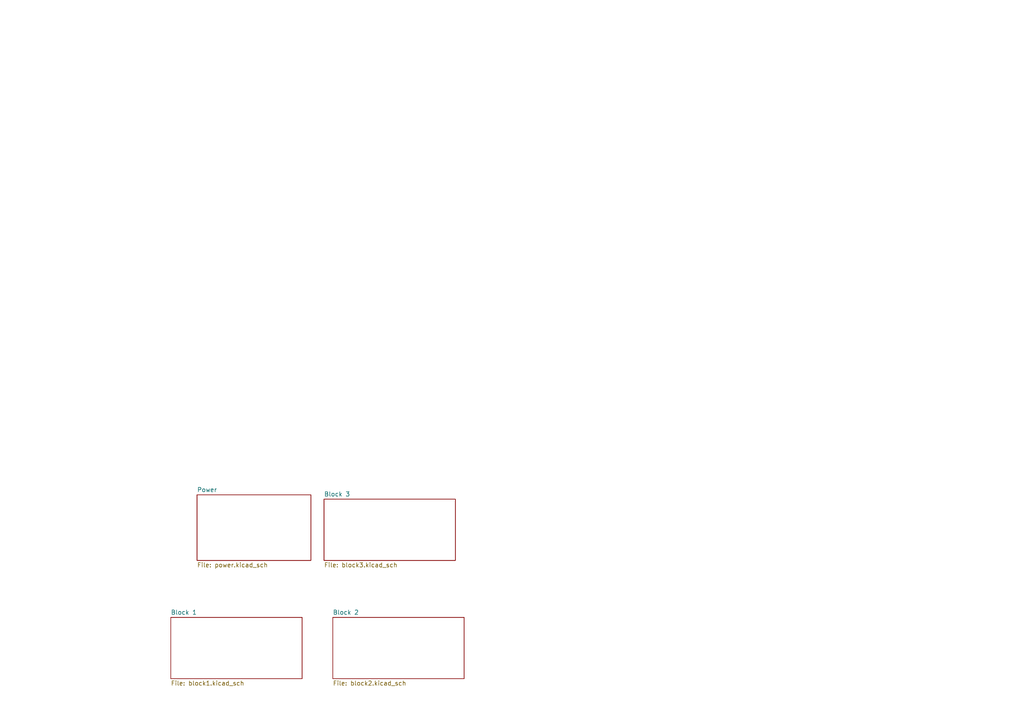
<source format=kicad_sch>
(kicad_sch
	(version 20231120)
	(generator "eeschema")
	(generator_version "8.0")
	(uuid "d7fbf0fc-2e72-47ef-ad93-715244ab8590")
	(paper "A4")
	(title_block
		(title "NLC Bongo Fury")
		(date "2025-11-11")
		(rev "v0.1")
		(comment 1 "Adapted from https://www.nonlinearcircuits.com/modules/p/bongo-fury")
	)
	(lib_symbols)
	(sheet
		(at 93.98 144.78)
		(size 38.1 17.78)
		(fields_autoplaced yes)
		(stroke
			(width 0.1524)
			(type solid)
		)
		(fill
			(color 0 0 0 0.0000)
		)
		(uuid "44f2332f-c61b-4fac-9a46-333712db1109")
		(property "Sheetname" "Block 3"
			(at 93.98 144.0684 0)
			(effects
				(font
					(size 1.27 1.27)
				)
				(justify left bottom)
			)
		)
		(property "Sheetfile" "block3.kicad_sch"
			(at 93.98 163.1446 0)
			(effects
				(font
					(size 1.27 1.27)
				)
				(justify left top)
			)
		)
		(instances
			(project "bong0-fury"
				(path "/d7fbf0fc-2e72-47ef-ad93-715244ab8590"
					(page "5")
				)
			)
		)
	)
	(sheet
		(at 57.15 143.51)
		(size 33.02 19.05)
		(fields_autoplaced yes)
		(stroke
			(width 0.1524)
			(type solid)
		)
		(fill
			(color 0 0 0 0.0000)
		)
		(uuid "4e0b41a3-86c1-4208-9d4d-f11b07678021")
		(property "Sheetname" "Power"
			(at 57.15 142.7984 0)
			(effects
				(font
					(size 1.27 1.27)
				)
				(justify left bottom)
			)
		)
		(property "Sheetfile" "power.kicad_sch"
			(at 57.15 163.1446 0)
			(effects
				(font
					(size 1.27 1.27)
				)
				(justify left top)
			)
		)
		(instances
			(project "bong0-fury"
				(path "/d7fbf0fc-2e72-47ef-ad93-715244ab8590"
					(page "2")
				)
			)
		)
	)
	(sheet
		(at 96.52 179.07)
		(size 38.1 17.78)
		(fields_autoplaced yes)
		(stroke
			(width 0.1524)
			(type solid)
		)
		(fill
			(color 0 0 0 0.0000)
		)
		(uuid "c5e957e8-8aeb-4654-ba2e-0f4ce9e75baf")
		(property "Sheetname" "Block 2"
			(at 96.52 178.3584 0)
			(effects
				(font
					(size 1.27 1.27)
				)
				(justify left bottom)
			)
		)
		(property "Sheetfile" "block2.kicad_sch"
			(at 96.52 197.4346 0)
			(effects
				(font
					(size 1.27 1.27)
				)
				(justify left top)
			)
		)
		(instances
			(project "bong0-fury"
				(path "/d7fbf0fc-2e72-47ef-ad93-715244ab8590"
					(page "4")
				)
			)
		)
	)
	(sheet
		(at 49.53 179.07)
		(size 38.1 17.78)
		(fields_autoplaced yes)
		(stroke
			(width 0.1524)
			(type solid)
		)
		(fill
			(color 0 0 0 0.0000)
		)
		(uuid "e4cc14be-bf54-4ff0-9d4f-5f74f975d2d7")
		(property "Sheetname" "Block 1"
			(at 49.53 178.3584 0)
			(effects
				(font
					(size 1.27 1.27)
				)
				(justify left bottom)
			)
		)
		(property "Sheetfile" "block1.kicad_sch"
			(at 49.53 197.4346 0)
			(effects
				(font
					(size 1.27 1.27)
				)
				(justify left top)
			)
		)
		(instances
			(project "bong0-fury"
				(path "/d7fbf0fc-2e72-47ef-ad93-715244ab8590"
					(page "3")
				)
			)
		)
	)
	(sheet_instances
		(path "/"
			(page "1")
		)
	)
)

</source>
